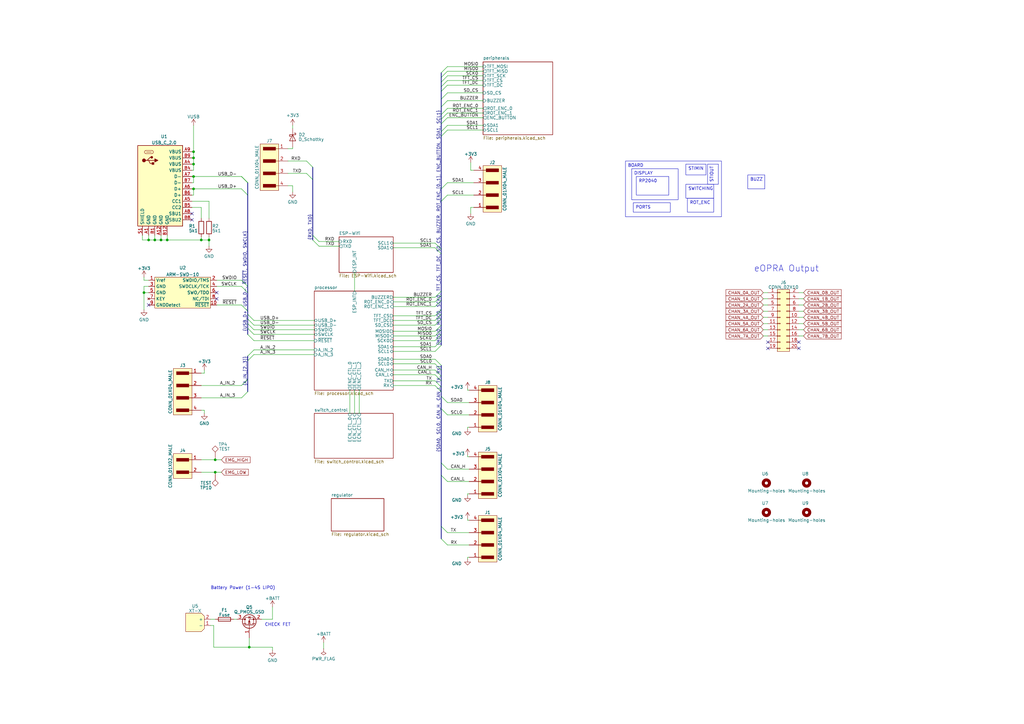
<source format=kicad_sch>
(kicad_sch (version 20230121) (generator eeschema)
  (paper "A3")
  (title_block (title "eOPRA Switch / Stimulation Controller") (date "2023-08-01") (rev "1.0") (company "Massachusetts Institute of Technology / MIT Media Lab"))
  (lib_symbols
    (symbol "0.power-symbols:+3.3V" (power) (pin_names (offset 0))
      (property "Value" "+3.3V" (at 0 3.556 0))
      (symbol "+3.3V_0_1"
        (polyline (pts (xy -0.762 1.27) (xy 0 2.54)))
        (polyline (pts (xy 0 0) (xy 0 2.54)))
        (polyline (pts (xy 0 2.54) (xy 0.762 1.27)))
      )
      (symbol "+3.3V_1_1"
        (pin power_in line (at 0 0 90) (length 0) hide (name "+3V3") (number "1"))
      )
    )
    (symbol "0.power-symbols:+BATT" (power) (pin_names (offset 0))
      (property "Value" "+BATT" (at 0 3.556 0))
      (symbol "+BATT_0_1"
        (polyline (pts (xy -0.762 1.27) (xy 0 2.54)))
        (polyline (pts (xy 0 0) (xy 0 2.54)))
        (polyline (pts (xy 0 2.54) (xy 0.762 1.27)))
      )
      (symbol "+BATT_1_1"
        (pin power_in line (at 0 0 90) (length 0) hide (name "+BATT") (number "1"))
      )
    )
    (symbol "0.power-symbols:GND" (power) (pin_names (offset 0))
      (property "Value" "GND" (at 0 -3.81 0))
      (symbol "GND_0_1"
        (polyline (pts (xy 0 0) (xy 0 -1.27) (xy 1.27 -1.27) (xy 0 -2.54) (xy -1.27 -1.27) (xy 0 -1.27)))
      )
      (symbol "GND_1_1"
        (pin power_in line (at 0 0 270) (length 0) hide (name "GND") (number "1"))
      )
    )
    (symbol "0.power-symbols:PWR_FLAG" (power) (pin_numbers hide) (pin_names (offset 0) hide)
      (property "Value" "PWR_FLAG" (at 0 3.81 0))
      (symbol "PWR_FLAG_0_0"
        (pin power_out line (at 0 0 90) (length 0) (name "pwr") (number "1"))
      )
      (symbol "PWR_FLAG_0_1"
        (polyline (pts (xy 0 0) (xy 0 1.27) (xy -1.016 1.905) (xy 0 2.54) (xy 1.016 1.905) (xy 0 1.27)))
      )
    )
    (symbol "0.power-symbols:VUSB" (power) (pin_names (offset 0))
      (property "Value" "VUSB" (at 0 3.556 0))
      (symbol "VUSB_0_1"
        (polyline (pts (xy -0.762 1.27) (xy 0 2.54)))
        (polyline (pts (xy 0 0) (xy 0 2.54)))
        (polyline (pts (xy 0 2.54) (xy 0.762 1.27)))
      )
      (symbol "VUSB_1_1"
        (pin power_in line (at 0 0 90) (length 0) hide (name "VUSB") (number "1"))
      )
    )
    (symbol "1.semi.discrete:D_Schottky" (pin_numbers hide) (pin_names (offset 1.016) hide)
      (property "Reference" "D" (at 0 2.54 0))
      (property "Value" "D_Schottky" (at 0 -2.54 0))
      (symbol "D_Schottky_0_1"
        (polyline (pts (xy 1.27 0) (xy -1.27 0)))
        (polyline (pts (xy 1.27 1.27) (xy 1.27 -1.27) (xy -1.27 0) (xy 1.27 1.27)) (stroke (width 0.2032)))
        (polyline (pts (xy -1.905 0.635) (xy -1.905 1.27) (xy -1.27 1.27) (xy -1.27 -1.27) (xy -0.635 -1.27) (xy -0.635 -0.635)) (stroke (width 0.2032)))
      )
      (symbol "D_Schottky_1_1"
        (pin passive line (at -3.81 0 0) (length 2.54) (name "K") (number "1"))
        (pin passive line (at 3.81 0 180) (length 2.54) (name "A") (number "2"))
      )
    )
    (symbol "1.semi.discrete:Q_PMOS_GSD" (pin_names (offset 0) hide)
      (property "Reference" "Q" (at 5.08 1.27 0))
      (property "Value" "Q_PMOS_GSD" (at 5.08 -1.27 0))
      (symbol "Q_PMOS_GSD_0_1"
        (polyline (pts (xy 0.0508 0) (xy 0.254 0)))
        (polyline (pts (xy 0.762 -1.778) (xy 2.54 -1.778)))
        (polyline (pts (xy 0.762 -1.27) (xy 0.762 -2.286)) (stroke (width 0.254)))
        (polyline (pts (xy 0.762 0) (xy 2.54 0)))
        (polyline (pts (xy 0.762 0.508) (xy 0.762 -0.508)) (stroke (width 0.254)))
        (polyline (pts (xy 0.762 1.778) (xy 2.54 1.778)))
        (polyline (pts (xy 0.762 2.286) (xy 0.762 1.27)) (stroke (width 0.254)))
        (polyline (pts (xy 2.54 -1.778) (xy 2.54 -2.54)))
        (polyline (pts (xy 2.54 -1.778) (xy 2.54 0)))
        (polyline (pts (xy 2.54 2.54) (xy 2.54 1.778)))
        (polyline (pts (xy 0.254 1.905) (xy 0.254 -1.905) (xy 0.254 -1.905)) (stroke (width 0.254)))
        (polyline (pts (xy 2.286 0) (xy 1.27 -0.381) (xy 1.27 0.381) (xy 2.286 0)) (fill (type outline)))
        (polyline (pts (xy 2.54 -1.778) (xy 3.302 -1.778) (xy 3.302 1.778) (xy 2.54 1.778)))
        (polyline (pts (xy 2.794 -0.508) (xy 2.921 -0.381) (xy 3.683 -0.381) (xy 3.81 -0.254)))
        (polyline (pts (xy 3.302 -0.381) (xy 2.921 0.254) (xy 3.683 0.254) (xy 3.302 -0.381)))
        (circle (center 1.651 0) (radius 2.8194) (stroke (width 0.254)))
        (circle (center 2.54 -1.778) (radius 0.2794) (fill (type outline)))
        (circle (center 2.54 1.778) (radius 0.2794) (fill (type outline)))
      )
      (symbol "Q_PMOS_GSD_1_1"
        (pin input line (at -5.08 0 0) (length 5.08) (name "G") (number "1"))
        (pin passive line (at 2.54 -5.08 90) (length 2.54) (name "S") (number "2"))
        (pin passive line (at 2.54 5.08 270) (length 2.54) (name "D") (number "3"))
      )
    )
    (symbol "2.passive:R" (pin_numbers hide) (pin_names (offset 0))
      (property "Reference" "R" (at 2.032 0 90))
      (property "Value" "R" (at 0 0 90))
      (symbol "R_0_1"
        (rectangle (start -1.016 -2.54) (end 1.016 2.54) (stroke (width 0.254)))
      )
      (symbol "R_1_1"
        (pin passive line (at 0 3.81 270) (length 1.27) (name "~") (number "1"))
        (pin passive line (at 0 -3.81 90) (length 1.27) (name "~") (number "2"))
      )
    )
    (symbol "4.power.circuitProtection:Fuse" (pin_numbers hide) (pin_names (offset 0))
      (property "Reference" "F" (at 2.032 0 90))
      (property "Value" "Fuse" (at -1.905 0 90))
      (symbol "Fuse_0_1"
        (rectangle (start -0.762 -2.54) (end 0.762 2.54) (stroke (width 0.254)))
        (polyline (pts (xy 0 2.54) (xy 0 -2.54)))
      )
      (symbol "Fuse_1_1"
        (pin passive line (at 0 3.81 270) (length 1.27) (name "~") (number "1"))
        (pin passive line (at 0 -3.81 90) (length 1.27) (name "~") (number "2"))
      )
    )
    (symbol "5.connector.interconnect.usb_dvi_hdmi:ARM-SWD-10"
      (property "Reference" "U" (at -11.43 3.81 0))
      (property "Value" "ARM-SWD-10" (at -11.43 1.27 0))
      (symbol "ARM-SWD-10_0_1"
        (rectangle (start -11.43 0) (end 11.43 -12.7) (fill (type background)))
      )
      (symbol "ARM-SWD-10_1_1"
        (pin power_in line (at -13.97 -1.27 0) (length 2.54) (name "Vref") (number "1"))
        (pin open_collector line (at 13.97 -11.43 180) (length 2.54) (name "~{RESET}") (number "10"))
        (pin bidirectional line (at 13.97 -1.27 180) (length 2.54) (name "SWDIO/TMS") (number "2"))
        (pin power_in line (at -13.97 -3.81 0) (length 2.54) (name "GND") (number "3"))
        (pin bidirectional line (at 13.97 -3.81 180) (length 2.54) (name "SWDCLK/TCK") (number "4"))
        (pin passive line (at -13.97 -6.35 0) (length 2.54) (name "GND") (number "5"))
        (pin input line (at 13.97 -6.35 180) (length 2.54) (name "SWO/TDO") (number "6"))
        (pin no_connect line (at -13.97 -8.89 0) (length 2.54) (name "KEY") (number "7"))
        (pin output line (at 13.97 -8.89 180) (length 2.54) (name "NC/TDI") (number "8"))
        (pin passive line (at -13.97 -11.43 0) (length 2.54) (name "GNDDetect") (number "9"))
      )
    )
    (symbol "5.connector.interconnect.usb_dvi_hdmi:USB_C_2.0"
      (property "Reference" "U" (at 0 5.08 0))
      (property "Value" "USB_C_2.0" (at 0 2.54 0))
      (symbol "USB_C_2.0_0_1"
        (rectangle (start -10.795 0) (end 7.62 -33.02) (stroke (width 0.254)) (fill (type background)))
        (circle (center -8.255 -6.096) (radius 0.635) (stroke (width 0.254)) (fill (type outline)))
        (arc (start -7.493 -2.032) (mid -8.0701 -2.667) (end -7.493 -3.302))
        (circle (center -5.08 -4.826) (radius 0.381) (stroke (width 0.254)) (fill (type outline)))
        (arc (start -4.953 -3.302) (mid -4.3956 -2.667) (end -4.953 -2.032))
        (rectangle (start -4.191 -6.985) (end -4.953 -7.747) (stroke (width 0.254)) (fill (type outline)))
        (polyline (pts (xy -7.493 -3.302) (xy -4.953 -3.302)))
        (polyline (pts (xy -7.493 -2.032) (xy -4.953 -2.032)))
        (polyline (pts (xy -6.35 -6.096) (xy -3.81 -6.096)) (stroke (width 0.254)))
        (polyline (pts (xy -5.207 -2.667) (xy -7.239 -2.667)))
        (polyline (pts (xy -7.62 -6.096) (xy -6.985 -6.096) (xy -5.715 -4.826) (xy -5.08 -4.826)) (stroke (width 0.254)))
        (polyline (pts (xy -6.985 -6.096) (xy -6.35 -6.096) (xy -5.715 -7.366) (xy -4.445 -7.366)) (stroke (width 0.254)))
        (polyline (pts (xy -3.81 -5.461) (xy -3.81 -6.731) (xy -2.54 -6.096) (xy -3.81 -5.461)) (stroke (width 0.254)) (fill (type outline)))
      )
      (symbol "USB_C_2.0_1_1"
        (pin power_out line (at -6.35 -36.83 90) (length 3.81) (name "GND") (number "A1"))
        (pin passive line (at -1.27 -36.83 90) (length 3.81) (name "GND") (number "A12"))
        (pin passive line (at 11.43 -7.62 180) (length 3.81) (name "VBUS") (number "A4"))
        (pin passive line (at 11.43 -22.86 180) (length 3.81) (name "CC1") (number "A5"))
        (pin passive line (at 11.43 -17.78 180) (length 3.81) (name "D+") (number "A6"))
        (pin passive line (at 11.43 -12.7 180) (length 3.81) (name "D-") (number "A7"))
        (pin passive line (at 11.43 -27.94 180) (length 3.81) (name "SBU1") (number "A8"))
        (pin power_out line (at 11.43 -2.54 180) (length 3.81) (name "VBUS") (number "A9"))
        (pin passive line (at -3.81 -36.83 90) (length 3.81) (name "GND") (number "B1"))
        (pin passive line (at 1.27 -36.83 90) (length 3.81) (name "GND") (number "B12"))
        (pin passive line (at 11.43 -10.16 180) (length 3.81) (name "VBUS") (number "B4"))
        (pin passive line (at 11.43 -25.4 180) (length 3.81) (name "CC2") (number "B5"))
        (pin passive line (at 11.43 -20.32 180) (length 3.81) (name "D+") (number "B6"))
        (pin passive line (at 11.43 -15.24 180) (length 3.81) (name "D-") (number "B7"))
        (pin passive line (at 11.43 -30.48 180) (length 3.81) (name "SBU2") (number "B8"))
        (pin passive line (at 11.43 -5.08 180) (length 3.81) (name "VBUS") (number "B9"))
        (pin passive line (at -8.89 -36.83 90) (length 3.81) (name "SHIELD") (number "S1"))
      )
    )
    (symbol "5.connector.interconnect:CONN_01X02_MALE" (pin_names (offset 1.016) hide)
      (property "Reference" "J" (at 0 6.35 0))
      (property "Value" "CONN_01X02_MALE" (at 0 -6.35 0))
      (symbol "CONN_01X02_MALE_0_1"
        (rectangle (start -3.81 5.08) (end 3.81 -5.08) (fill (type background)))
        (rectangle (start -2.54 -1.905) (end 2.54 -3.175) (fill (type outline)))
        (rectangle (start -2.54 3.175) (end -2.54 3.175))
        (rectangle (start 2.54 3.175) (end -2.54 1.905) (fill (type outline)))
      )
      (symbol "CONN_01X02_MALE_1_1"
        (pin passive line (at 7.62 2.54 180) (length 5.08) (name "1") (number "1"))
        (pin passive line (at 7.62 -2.54 180) (length 5.08) (name "2") (number "2"))
      )
    )
    (symbol "5.connector.interconnect:CONN_01X04_MALE" (pin_names (offset 1.016) hide)
      (property "Reference" "J" (at 0 9.525 0))
      (property "Value" "CONN_01X04_MALE" (at 0.762 -10.668 0))
      (symbol "CONN_01X04_MALE_0_1"
        (rectangle (start -2.54 3.175) (end 2.54 1.905) (fill (type outline)))
        (rectangle (start -2.54 8.255) (end -2.54 8.255))
        (rectangle (start 2.54 -8.255) (end -2.54 -6.985) (fill (type outline)))
        (rectangle (start 2.54 -8.255) (end -2.54 -6.985) (fill (type outline)))
        (rectangle (start 2.54 -1.905) (end -2.54 -3.175) (fill (type outline)))
        (rectangle (start 2.54 8.255) (end -2.54 6.985) (fill (type outline)))
      )
      (symbol "CONN_01X04_MALE_1_1"
        (rectangle (start -3.81 9.525) (end 3.81 -9.525) (fill (type background)))
        (pin passive line (at 7.62 7.62 180) (length 5.08) (name "1") (number "1"))
        (pin passive line (at 7.62 2.54 180) (length 5.08) (name "2") (number "2"))
        (pin passive line (at 7.62 -2.54 180) (length 5.08) (name "3") (number "3"))
        (pin passive line (at 7.62 -7.62 180) (length 5.08) (name "4") (number "4"))
      )
    )
    (symbol "5.connector.interconnect:CONN_02X10" (pin_names (offset 0.0254) hide)
      (property "Reference" "J" (at 0 13.97 0))
      (property "Value" "CONN_02X10" (at 0 0 90))
      (symbol "CONN_02X10_0_1"
        (rectangle (start -2.54 -11.303) (end -1.27 -11.557))
        (rectangle (start -2.54 -8.763) (end -1.27 -9.017))
        (rectangle (start -2.54 -6.223) (end -1.27 -6.477))
        (rectangle (start -2.54 -3.683) (end -1.27 -3.937))
        (rectangle (start -2.54 -1.143) (end -1.27 -1.397))
        (rectangle (start -2.54 1.397) (end -1.27 1.143))
        (rectangle (start -2.54 3.937) (end -1.27 3.683))
        (rectangle (start -2.54 6.477) (end -1.27 6.223))
        (rectangle (start -2.54 9.017) (end -1.27 8.763))
        (rectangle (start -2.54 11.557) (end -1.27 11.303))
        (rectangle (start 1.27 -11.303) (end 2.54 -11.557))
        (rectangle (start 1.27 -8.763) (end 2.54 -9.017))
        (rectangle (start 1.27 -6.223) (end 2.54 -6.477))
        (rectangle (start 1.27 -3.683) (end 2.54 -3.937))
        (rectangle (start 1.27 -1.143) (end 2.54 -1.397))
        (rectangle (start 1.27 1.397) (end 2.54 1.143))
        (rectangle (start 1.27 3.937) (end 2.54 3.683))
        (rectangle (start 1.27 6.477) (end 2.54 6.223))
        (rectangle (start 1.27 9.017) (end 2.54 8.763))
        (rectangle (start 1.27 11.557) (end 2.54 11.303))
      )
      (symbol "CONN_02X10_1_1"
        (rectangle (start -2.54 12.7) (end 2.54 -12.7) (fill (type background)))
        (pin passive line (at -6.35 11.43 0) (length 3.81) (name "P1") (number "1"))
        (pin passive line (at 6.35 1.27 180) (length 3.81) (name "P10") (number "10"))
        (pin passive line (at -6.35 -1.27 0) (length 3.81) (name "P11") (number "11"))
        (pin passive line (at 6.35 -1.27 180) (length 3.81) (name "P12") (number "12"))
        (pin passive line (at -6.35 -3.81 0) (length 3.81) (name "P13") (number "13"))
        (pin passive line (at 6.35 -3.81 180) (length 3.81) (name "P14") (number "14"))
        (pin passive line (at -6.35 -6.35 0) (length 3.81) (name "P15") (number "15"))
        (pin passive line (at 6.35 -6.35 180) (length 3.81) (name "P16") (number "16"))
        (pin passive line (at -6.35 -8.89 0) (length 3.81) (name "P17") (number "17"))
        (pin passive line (at 6.35 -8.89 180) (length 3.81) (name "P18") (number "18"))
        (pin passive line (at -6.35 -11.43 0) (length 3.81) (name "P19") (number "19"))
        (pin passive line (at 6.35 11.43 180) (length 3.81) (name "P2") (number "2"))
        (pin passive line (at 6.35 -11.43 180) (length 3.81) (name "P20") (number "20"))
        (pin passive line (at -6.35 8.89 0) (length 3.81) (name "P3") (number "3"))
        (pin passive line (at 6.35 8.89 180) (length 3.81) (name "P4") (number "4"))
        (pin passive line (at -6.35 6.35 0) (length 3.81) (name "P5") (number "5"))
        (pin passive line (at 6.35 6.35 180) (length 3.81) (name "P6") (number "6"))
        (pin passive line (at -6.35 3.81 0) (length 3.81) (name "P7") (number "7"))
        (pin passive line (at 6.35 3.81 180) (length 3.81) (name "P8") (number "8"))
        (pin passive line (at -6.35 1.27 0) (length 3.81) (name "P9") (number "9"))
      )
    )
    (symbol "5.connector.interconnect:Mounting-holes"
      (property "Reference" "U" (at 0 5.08 0))
      (property "Value" "Mounting-holes" (at 0 3.81 0))
      (symbol "Mounting-holes_0_1"
        (circle (center 0 0) (radius 1.27) (stroke (width 1.27)))
      )
      (symbol "Mounting-holes_1_1"
        (pin no_connect line (at 2.54 0 180) (length 2.54) hide (name "") (number "1"))
      )
    )
    (symbol "5.connector.interconnect:TEST" (pin_numbers hide) (pin_names (offset 1.016) hide)
      (property "Reference" "TP" (at 0 7.62 0))
      (property "Value" "TEST" (at 0 6.35 0))
      (symbol "TEST_0_1"
        (polyline (pts (xy 0 5.08) (xy -1.27 3.81) (xy 0 2.54) (xy 1.27 3.81) (xy 0 5.08) (xy 0 5.08)))
      )
      (symbol "TEST_1_1"
        (pin passive line (at 0 0 90) (length 2.54) (name "~") (number "1"))
      )
    )
    (symbol "5.connector.interconnect:XT-X"
      (property "Reference" "U" (at 0 3.81 0))
      (property "Value" "XT-X" (at 0 1.27 0))
      (symbol "XT-X_0_1"
        (polyline (pts (xy 0 0) (xy 1.27 -1.27) (xy 1.27 -6.35) (xy 0 -7.62) (xy -6.35 -7.62) (xy -6.35 0) (xy 0 0)) (fill (type background)))
      )
      (symbol "XT-X_1_1"
        (pin passive line (at 3.81 -5.08 180) (length 2.54) (name "-") (number "1"))
        (pin passive line (at 3.81 -2.54 180) (length 2.54) (name "+") (number "2"))
      )
    )
  )
  (junction (at 66.04 98.425))
  (junction (at 82.55 98.425))
  (junction (at 60.96 98.425))
  (junction (at 79.375 77.47))
  (junction (at 79.375 64.77))
  (junction (at 79.375 62.23))
  (junction (at 88.265 188.595))
  (junction (at 68.58 98.425))
  (junction (at 102.235 265.43))
  (junction (at 79.375 67.31))
  (junction (at 59.055 120.015))
  (junction (at 85.725 98.425))
  (junction (at 88.265 193.675))
  (junction (at 63.5 98.425))
  (junction (at 79.375 72.39))
  (no_connect (at 314.96 140.335))
  (no_connect (at 327.66 140.335))
  (no_connect (at 88.9 122.555))
  (no_connect (at 60.96 125.095))
  (no_connect (at 78.74 90.17))
  (no_connect (at 88.9 120.015))
  (no_connect (at 327.66 142.875))
  (no_connect (at 314.96 142.875))
  (no_connect (at 78.74 87.63))
  (bus_entry (at 178.435 131.445) (size 2.54 -2.54))
  (bus_entry (at 183.515 192.405) (size -2.54 -2.54))
  (bus_entry (at 178.435 137.795) (size 2.54 -2.54))
  (bus_entry (at 180.975 35.56) (size 2.54 -2.54))
  (bus_entry (at 101.6 134.62) (size 2.54 2.54))
  (bus_entry (at 99.06 114.935) (size 2.54 2.54))
  (bus_entry (at 99.06 77.47) (size 2.54 2.54))
  (bus_entry (at 180.975 102.235) (size -2.54 -2.54))
  (bus_entry (at 180.975 55.88) (size 2.54 -2.54))
  (bus_entry (at 101.6 130.81) (size 2.54 2.54))
  (bus_entry (at 99.06 72.39) (size 2.54 2.54))
  (bus_entry (at 180.975 43.815) (size 2.54 -2.54))
  (bus_entry (at 180.975 46.99) (size 2.54 -2.54))
  (bus_entry (at 180.975 160.655) (size -2.54 -2.54))
  (bus_entry (at 180.975 31.75) (size 2.54 -2.54))
  (bus_entry (at 183.515 165.1) (size -2.54 -2.54))
  (bus_entry (at 101.6 137.16) (size 2.54 2.54))
  (bus_entry (at 180.975 40.64) (size 2.54 -2.54))
  (bus_entry (at 183.515 223.52) (size -2.54 -2.54))
  (bus_entry (at 180.975 156.21) (size -2.54 -2.54))
  (bus_entry (at 180.975 82.55) (size 2.54 -2.54))
  (bus_entry (at 180.975 158.75) (size -2.54 -2.54))
  (bus_entry (at 180.975 29.845) (size 2.54 -2.54))
  (bus_entry (at 180.975 77.47) (size 2.54 -2.54))
  (bus_entry (at 178.435 121.92) (size 2.54 -2.54))
  (bus_entry (at 99.06 72.39) (size 2.54 2.54))
  (bus_entry (at 178.435 133.35) (size 2.54 -2.54))
  (bus_entry (at 180.975 149.86) (size -2.54 -2.54))
  (bus_entry (at 125.73 71.12) (size 2.54 2.54))
  (bus_entry (at 178.435 129.54) (size 2.54 -2.54))
  (bus_entry (at 101.6 146.05) (size 2.54 -2.54))
  (bus_entry (at 101.6 147.955) (size 2.54 -2.54))
  (bus_entry (at 178.435 135.89) (size 2.54 -2.54))
  (bus_entry (at 180.975 104.14) (size -2.54 -2.54))
  (bus_entry (at 180.975 154.305) (size -2.54 -2.54))
  (bus_entry (at 99.06 117.475) (size 2.54 2.54))
  (bus_entry (at 180.975 33.655) (size 2.54 -2.54))
  (bus_entry (at 178.435 125.73) (size 2.54 -2.54))
  (bus_entry (at 183.515 170.18) (size -2.54 -2.54))
  (bus_entry (at 128.27 96.52) (size 2.54 2.54))
  (bus_entry (at 101.6 160.655) (size -2.54 2.54))
  (bus_entry (at 178.435 142.24) (size 2.54 -2.54))
  (bus_entry (at 180.975 37.465) (size 2.54 -2.54))
  (bus_entry (at 183.515 197.485) (size -2.54 -2.54))
  (bus_entry (at 178.435 139.7) (size 2.54 -2.54))
  (bus_entry (at 180.975 50.8) (size 2.54 -2.54))
  (bus_entry (at 128.27 98.425) (size 2.54 2.54))
  (bus_entry (at 180.975 48.895) (size 2.54 -2.54))
  (bus_entry (at 178.435 144.145) (size 2.54 -2.54))
  (bus_entry (at 180.975 53.975) (size 2.54 -2.54))
  (bus_entry (at 180.975 151.765) (size -2.54 -2.54))
  (bus_entry (at 99.06 125.095) (size 2.54 2.54))
  (bus_entry (at 178.435 123.825) (size 2.54 -2.54))
  (bus_entry (at 101.6 132.715) (size 2.54 2.54))
  (bus_entry (at 183.515 218.44) (size -2.54 -2.54))
  (bus_entry (at 125.73 66.04) (size 2.54 2.54))
  (bus_entry (at 101.6 155.575) (size -2.54 2.54))
  (bus_entry (at 101.6 128.905) (size 2.54 2.54))
  (wire (pts (xy 79.375 69.85) (xy 79.375 67.31)))
  (bus (pts (xy 180.975 128.905) (xy 180.975 130.81)))
  (wire (pts (xy 79.375 74.93) (xy 79.375 72.39)))
  (wire (pts (xy 104.14 145.415) (xy 128.905 145.415)))
  (wire (pts (xy 191.77 212.725) (xy 191.77 213.36)))
  (bus (pts (xy 180.975 40.64) (xy 180.975 43.815)))
  (wire (pts (xy 87.63 265.43) (xy 87.63 256.54)))
  (wire (pts (xy 161.29 121.92) (xy 178.435 121.92)))
  (wire (pts (xy 63.5 96.52) (xy 63.5 98.425)))
  (wire (pts (xy 183.515 31.115) (xy 198.12 31.115)))
  (wire (pts (xy 183.515 46.355) (xy 198.12 46.355)))
  (wire (pts (xy 78.74 80.01) (xy 79.375 80.01)))
  (wire (pts (xy 161.29 153.67) (xy 178.435 153.67)))
  (wire (pts (xy 88.9 125.095) (xy 99.06 125.095)))
  (wire (pts (xy 118.11 60.96) (xy 120.015 60.96)))
  (wire (pts (xy 161.29 149.225) (xy 178.435 149.225)))
  (wire (pts (xy 161.29 139.7) (xy 178.435 139.7)))
  (wire (pts (xy 145.415 111.76) (xy 145.415 119.38)))
  (wire (pts (xy 145.415 160.02) (xy 145.415 169.545)))
  (bus (pts (xy 101.6 120.015) (xy 101.6 127.635)))
  (bus (pts (xy 180.975 167.64) (xy 180.975 189.865)))
  (wire (pts (xy 83.82 153.035) (xy 82.55 153.035)))
  (wire (pts (xy 183.515 41.275) (xy 198.12 41.275)))
  (wire (pts (xy 193.04 85.09) (xy 193.04 87.63)))
  (bus (pts (xy 128.27 96.52) (xy 128.27 98.425)))
  (wire (pts (xy 183.515 34.925) (xy 198.12 34.925)))
  (wire (pts (xy 78.74 64.77) (xy 79.375 64.77)))
  (wire (pts (xy 132.715 263.525) (xy 132.715 266.065)))
  (wire (pts (xy 329.565 120.015) (xy 327.66 120.015)))
  (wire (pts (xy 66.04 98.425) (xy 68.58 98.425)))
  (bus (pts (xy 180.975 102.235) (xy 180.975 104.14)))
  (bus (pts (xy 180.975 154.305) (xy 180.975 156.21)))
  (wire (pts (xy 87.63 265.43) (xy 102.235 265.43)))
  (wire (pts (xy 88.265 187.96) (xy 88.265 188.595)))
  (bus (pts (xy 128.27 73.66) (xy 128.27 96.52)))
  (bus (pts (xy 180.975 46.99) (xy 180.975 48.895)))
  (wire (pts (xy 128.905 137.16) (xy 104.14 137.16)))
  (bus (pts (xy 101.6 147.955) (xy 101.6 155.575)))
  (wire (pts (xy 183.515 165.1) (xy 192.405 165.1)))
  (bus (pts (xy 101.6 117.475) (xy 101.6 120.015)))
  (wire (pts (xy 313.055 127.635) (xy 314.96 127.635)))
  (wire (pts (xy 59.055 117.475) (xy 59.055 120.015)))
  (bus (pts (xy 101.6 80.01) (xy 101.6 117.475)))
  (wire (pts (xy 161.29 144.145) (xy 178.435 144.145)))
  (wire (pts (xy 191.77 175.26) (xy 191.77 175.895)))
  (wire (pts (xy 313.055 120.015) (xy 314.96 120.015)))
  (wire (pts (xy 130.81 100.965) (xy 139.065 100.965)))
  (wire (pts (xy 82.55 97.155) (xy 82.55 98.425)))
  (wire (pts (xy 161.29 133.35) (xy 178.435 133.35)))
  (bus (pts (xy 180.975 156.21) (xy 180.975 158.75)))
  (wire (pts (xy 130.81 99.06) (xy 139.065 99.06)))
  (bus (pts (xy 180.975 35.56) (xy 180.975 37.465)))
  (bus (pts (xy 180.975 158.75) (xy 180.975 160.655)))
  (wire (pts (xy 183.515 170.18) (xy 192.405 170.18)))
  (wire (pts (xy 78.74 72.39) (xy 79.375 72.39)))
  (wire (pts (xy 66.04 96.52) (xy 66.04 98.425)))
  (wire (pts (xy 313.055 125.095) (xy 314.96 125.095)))
  (wire (pts (xy 161.29 123.825) (xy 178.435 123.825)))
  (wire (pts (xy 85.725 82.55) (xy 78.74 82.55)))
  (wire (pts (xy 161.29 156.21) (xy 178.435 156.21)))
  (bus (pts (xy 101.6 130.81) (xy 101.6 132.715)))
  (wire (pts (xy 161.29 158.115) (xy 178.435 158.115)))
  (wire (pts (xy 161.29 151.765) (xy 178.435 151.765)))
  (bus (pts (xy 180.975 104.14) (xy 180.975 119.38)))
  (bus (pts (xy 180.975 127) (xy 180.975 128.905)))
  (bus (pts (xy 180.975 123.19) (xy 180.975 127)))
  (wire (pts (xy 191.77 228.6) (xy 192.405 228.6)))
  (bus (pts (xy 101.6 128.905) (xy 101.6 130.81)))
  (wire (pts (xy 329.565 122.555) (xy 327.66 122.555)))
  (wire (pts (xy 88.9 114.935) (xy 99.06 114.935)))
  (wire (pts (xy 183.515 53.34) (xy 198.12 53.34)))
  (wire (pts (xy 68.58 96.52) (xy 68.58 98.425)))
  (wire (pts (xy 79.375 67.31) (xy 78.74 67.31)))
  (bus (pts (xy 180.975 130.81) (xy 180.975 133.35)))
  (wire (pts (xy 191.77 213.36) (xy 192.405 213.36)))
  (wire (pts (xy 83.82 151.765) (xy 83.82 153.035)))
  (bus (pts (xy 180.975 149.86) (xy 180.975 151.765)))
  (wire (pts (xy 161.29 125.73) (xy 178.435 125.73)))
  (wire (pts (xy 191.77 160.02) (xy 192.405 160.02)))
  (wire (pts (xy 161.29 131.445) (xy 178.435 131.445)))
  (bus (pts (xy 180.975 31.75) (xy 180.975 33.655)))
  (bus (pts (xy 180.975 121.285) (xy 180.975 123.19)))
  (wire (pts (xy 59.055 120.015) (xy 59.055 127)))
  (bus (pts (xy 101.6 160.655) (xy 101.6 155.575)))
  (wire (pts (xy 79.375 51.435) (xy 79.375 62.23)))
  (wire (pts (xy 111.76 248.92) (xy 111.76 254)))
  (wire (pts (xy 82.55 193.675) (xy 88.265 193.675)))
  (wire (pts (xy 85.725 98.425) (xy 85.725 100.965)))
  (wire (pts (xy 79.375 64.77) (xy 79.375 67.31)))
  (wire (pts (xy 191.77 187.325) (xy 192.405 187.325)))
  (bus (pts (xy 180.975 55.88) (xy 180.975 77.47)))
  (wire (pts (xy 102.235 265.43) (xy 111.76 265.43)))
  (wire (pts (xy 329.565 130.175) (xy 327.66 130.175)))
  (wire (pts (xy 118.11 71.12) (xy 125.73 71.12)))
  (wire (pts (xy 183.515 74.93) (xy 194.31 74.93)))
  (wire (pts (xy 83.82 168.275) (xy 82.55 168.275)))
  (bus (pts (xy 180.975 137.16) (xy 180.975 139.7)))
  (wire (pts (xy 161.29 135.89) (xy 178.435 135.89)))
  (bus (pts (xy 101.6 74.93) (xy 101.6 80.01)))
  (bus (pts (xy 180.975 162.56) (xy 180.975 167.64)))
  (wire (pts (xy 147.32 160.02) (xy 147.32 169.545)))
  (wire (pts (xy 120.015 60.325) (xy 120.015 60.96)))
  (bus (pts (xy 180.975 82.55) (xy 180.975 102.235)))
  (wire (pts (xy 59.055 113.665) (xy 59.055 114.935)))
  (wire (pts (xy 194.31 85.09) (xy 193.04 85.09)))
  (wire (pts (xy 87.63 256.54) (xy 86.36 256.54)))
  (wire (pts (xy 63.5 98.425) (xy 66.04 98.425)))
  (wire (pts (xy 82.55 85.09) (xy 78.74 85.09)))
  (wire (pts (xy 78.74 77.47) (xy 79.375 77.47)))
  (wire (pts (xy 83.82 169.545) (xy 83.82 168.275)))
  (wire (pts (xy 79.375 77.47) (xy 99.06 77.47)))
  (wire (pts (xy 79.375 72.39) (xy 99.06 72.39)))
  (wire (pts (xy 329.565 125.095) (xy 327.66 125.095)))
  (wire (pts (xy 183.515 80.01) (xy 194.31 80.01)))
  (wire (pts (xy 191.77 203.2) (xy 191.77 202.565)))
  (wire (pts (xy 107.315 254) (xy 111.76 254)))
  (wire (pts (xy 313.055 132.715) (xy 314.96 132.715)))
  (wire (pts (xy 88.9 117.475) (xy 99.06 117.475)))
  (wire (pts (xy 183.515 29.21) (xy 198.12 29.21)))
  (bus (pts (xy 180.975 33.655) (xy 180.975 35.56)))
  (bus (pts (xy 180.975 29.845) (xy 180.975 31.75)))
  (wire (pts (xy 313.055 137.795) (xy 314.96 137.795)))
  (wire (pts (xy 183.515 192.405) (xy 192.405 192.405)))
  (wire (pts (xy 329.565 132.715) (xy 327.66 132.715)))
  (wire (pts (xy 183.515 38.1) (xy 198.12 38.1)))
  (bus (pts (xy 180.975 151.765) (xy 180.975 154.305)))
  (bus (pts (xy 180.975 194.945) (xy 180.975 215.9)))
  (bus (pts (xy 180.975 119.38) (xy 180.975 121.285)))
  (wire (pts (xy 104.14 143.51) (xy 128.905 143.51)))
  (wire (pts (xy 192.405 175.26) (xy 191.77 175.26)))
  (wire (pts (xy 118.11 66.04) (xy 125.73 66.04)))
  (wire (pts (xy 86.36 254) (xy 88.265 254)))
  (wire (pts (xy 191.77 159.385) (xy 191.77 160.02)))
  (wire (pts (xy 313.055 130.175) (xy 314.96 130.175)))
  (wire (pts (xy 161.29 147.32) (xy 178.435 147.32)))
  (wire (pts (xy 111.76 266.7) (xy 111.76 265.43)))
  (wire (pts (xy 128.905 139.7) (xy 104.14 139.7)))
  (wire (pts (xy 161.29 137.795) (xy 178.435 137.795)))
  (bus (pts (xy 180.975 189.865) (xy 180.975 194.945)))
  (bus (pts (xy 101.6 146.05) (xy 101.6 147.955)))
  (wire (pts (xy 183.515 218.44) (xy 192.405 218.44)))
  (wire (pts (xy 85.725 89.535) (xy 85.725 82.55)))
  (bus (pts (xy 180.975 139.7) (xy 180.975 141.605)))
  (bus (pts (xy 101.6 134.62) (xy 101.6 137.16)))
  (wire (pts (xy 85.725 98.425) (xy 82.55 98.425)))
  (wire (pts (xy 183.515 27.305) (xy 198.12 27.305)))
  (wire (pts (xy 183.515 51.435) (xy 198.12 51.435)))
  (wire (pts (xy 193.04 69.85) (xy 194.31 69.85)))
  (wire (pts (xy 128.905 133.35) (xy 104.14 133.35)))
  (wire (pts (xy 329.565 127.635) (xy 327.66 127.635)))
  (wire (pts (xy 329.565 135.255) (xy 327.66 135.255)))
  (wire (pts (xy 313.055 122.555) (xy 314.96 122.555)))
  (wire (pts (xy 143.51 160.02) (xy 143.51 169.545)))
  (bus (pts (xy 180.975 53.975) (xy 180.975 55.88)))
  (wire (pts (xy 120.015 51.435) (xy 120.015 52.705)))
  (wire (pts (xy 59.055 114.935) (xy 60.96 114.935)))
  (wire (pts (xy 161.29 129.54) (xy 178.435 129.54)))
  (bus (pts (xy 180.975 215.9) (xy 180.975 220.98)))
  (wire (pts (xy 183.515 223.52) (xy 192.405 223.52)))
  (wire (pts (xy 58.42 96.52) (xy 58.42 98.425)))
  (wire (pts (xy 120.015 78.74) (xy 120.015 76.2)))
  (wire (pts (xy 193.04 66.675) (xy 193.04 69.85)))
  (wire (pts (xy 78.74 74.93) (xy 79.375 74.93)))
  (wire (pts (xy 327.66 137.795) (xy 329.565 137.795)))
  (wire (pts (xy 191.77 229.235) (xy 191.77 228.6)))
  (wire (pts (xy 78.74 62.23) (xy 79.375 62.23)))
  (wire (pts (xy 82.55 188.595) (xy 88.265 188.595)))
  (wire (pts (xy 191.77 202.565) (xy 192.405 202.565)))
  (wire (pts (xy 82.55 158.115) (xy 99.06 158.115)))
  (wire (pts (xy 183.515 33.02) (xy 198.12 33.02)))
  (wire (pts (xy 60.96 96.52) (xy 60.96 98.425)))
  (wire (pts (xy 68.58 98.425) (xy 82.55 98.425)))
  (wire (pts (xy 313.055 135.255) (xy 314.96 135.255)))
  (bus (pts (xy 180.975 135.255) (xy 180.975 137.16)))
  (wire (pts (xy 95.885 254) (xy 97.155 254)))
  (wire (pts (xy 88.265 193.675) (xy 88.265 194.31)))
  (wire (pts (xy 82.55 89.535) (xy 82.55 85.09)))
  (bus (pts (xy 180.975 160.655) (xy 180.975 162.56)))
  (wire (pts (xy 161.29 99.695) (xy 178.435 99.695)))
  (wire (pts (xy 88.265 193.675) (xy 90.805 193.675)))
  (wire (pts (xy 85.725 97.155) (xy 85.725 98.425)))
  (bus (pts (xy 128.27 68.58) (xy 128.27 73.66)))
  (wire (pts (xy 161.29 142.24) (xy 178.435 142.24)))
  (wire (pts (xy 183.515 197.485) (xy 192.405 197.485)))
  (bus (pts (xy 180.975 133.35) (xy 180.975 135.255)))
  (wire (pts (xy 120.015 76.2) (xy 118.11 76.2)))
  (wire (pts (xy 183.515 48.26) (xy 198.12 48.26)))
  (wire (pts (xy 128.905 135.255) (xy 104.14 135.255)))
  (bus (pts (xy 180.975 37.465) (xy 180.975 40.64)))
  (wire (pts (xy 59.055 117.475) (xy 60.96 117.475)))
  (bus (pts (xy 180.975 43.815) (xy 180.975 46.99)))
  (bus (pts (xy 101.6 127.635) (xy 101.6 128.905)))
  (bus (pts (xy 180.975 48.895) (xy 180.975 50.8)))
  (wire (pts (xy 78.74 69.85) (xy 79.375 69.85)))
  (wire (pts (xy 88.265 188.595) (xy 90.805 188.595)))
  (wire (pts (xy 102.235 261.62) (xy 102.235 265.43)))
  (wire (pts (xy 79.375 80.01) (xy 79.375 77.47)))
  (wire (pts (xy 82.55 163.195) (xy 99.06 163.195)))
  (wire (pts (xy 183.515 44.45) (xy 198.12 44.45)))
  (bus (pts (xy 180.975 50.8) (xy 180.975 53.975)))
  (wire (pts (xy 128.905 131.445) (xy 104.14 131.445)))
  (bus (pts (xy 101.6 132.715) (xy 101.6 134.62)))
  (wire (pts (xy 191.77 186.69) (xy 191.77 187.325)))
  (wire (pts (xy 58.42 98.425) (xy 60.96 98.425)))
  (wire (pts (xy 79.375 62.23) (xy 79.375 64.77)))
  (wire (pts (xy 60.96 98.425) (xy 63.5 98.425)))
  (wire (pts (xy 59.055 120.015) (xy 60.96 120.015)))
  (wire (pts (xy 161.29 101.6) (xy 178.435 101.6)))
  (bus (pts (xy 180.975 77.47) (xy 180.975 82.55)))
  (text_box "BUZZ\n\n\n" (at 306.705 71.755 0) (size 6.985 5.715) (effects (font (size 1.27 1.27)) (justify left top)))
  (text_box "BOARD\n" (at 256.54 66.04 0) (size 39.37 22.86) (effects (font (size 1.27 1.27)) (justify left top)))
  (text_box "ROT_ENC\n\n" (at 281.94 81.28 0) (size 10.795 5.715) (effects (font (size 1.27 1.27)) (justify left top)))
  (text_box "STIMIN\n" (at 281.305 67.31 0) (size 8.255 4.445) (effects (font (size 1.27 1.27)) (justify left top)))
  (text_box "STIOUT\n" (at 290.195 67.31 90) (size 4.445 8.255) (effects (font (size 1.27 1.27)) (justify left top)))
  (text_box "DISPLAY\n" (at 259.08 69.215 0) (size 19.05 12.7) (effects (font (size 1.27 1.27)) (justify left top)))
  (text_box "SWITCHING" (at 281.305 75.565 0) (size 11.43 5.715) (effects (font (size 1.27 1.27)) (justify left top)))
  (text_box "PORTS\n\n" (at 259.715 83.185 0) (size 15.24 3.81) (effects (font (size 1.27 1.27)) (justify left top)))
  (text_box "RP2040" (at 260.985 72.39 0) (size 13.335 7.62) (effects (font (size 1.27 1.27)) (justify left top)))
  (text "CHECK FET\n\n" (at 108.585 259.08 0) (effects (font (size 1.27 1.27)) (justify left bottom)))
  (text "eOPRA Output\n" (at 309.245 111.76 0) (effects (font (size 2.54 2.54)) (justify left bottom)))
  (text "Battery Power (1-4S LIPO)\n" (at 86.36 241.935 0) (effects (font (size 1.27 1.27)) (justify left bottom)))
  (label "CAN_H" (at 177.165 151.765 180))
  (label "RX" (at 184.785 223.52 0))
  (label "A_IN_2" (at 106.68 143.51 0))
  (label "SDA1" (at 177.165 142.24 180))
  (label "SCL1" (at 185.42 80.01 0))
  (label "{USB_D+, USB_D-, ~{RESET}, SWDIO, SWCLK}" (at 101.6 135.89 90))
  (label "{RXD, TXD}" (at 128.27 98.425 90))
  (label "SD_CS" (at 177.165 133.35 180))
  (label "~{RESET}" (at 97.155 125.095 180))
  (label "TFT_CS" (at 196.215 33.02 180))
  (label "CAN_L" (at 177.165 153.67 180))
  (label "USB_D-" (at 97.155 72.39 180))
  (label "TX" (at 184.785 218.44 0))
  (label "A_IN_3" (at 96.52 163.195 180))
  (label "SDA1" (at 185.42 74.93 0))
  (label "ROT_ENC_1" (at 196.215 46.355 180))
  (label "MOSI0" (at 196.215 27.305 180))
  (label "SCK0" (at 196.215 31.115 180))
  (label "ROT_ENC_0" (at 177.165 123.825 180))
  (label "TFT_DC" (at 196.215 34.925 180))
  (label "RXD" (at 119.38 66.04 0))
  (label "SWDIO" (at 106.68 135.255 0))
  (label "SDA0" (at 184.785 165.1 0))
  (label "SCK0" (at 177.165 139.7 180))
  (label "{SDA0, SCL0, CAN_H, CAN_L, TX, RX}" (at 180.975 149.86 270))
  (label "TXD" (at 137.16 100.965 180))
  (label "SWCLK" (at 97.155 117.475 180))
  (label "A_IN_2" (at 96.52 158.115 180))
  (label "RX" (at 177.165 158.115 180))
  (label "USB_D-" (at 106.68 133.35 0))
  (label "SCL0" (at 184.785 170.18 0))
  (label "MOSI0" (at 177.165 135.89 180))
  (label "SDA1" (at 177.165 101.6 180))
  (label "{MOSI0, MISO0, SCK0, TFT_CS, TFT_DC, SD_CS, BUZZER, ROT_ENC_[0..1], ENC_BUTTON, SDA1, SCL1}" (at 180.975 141.605 90))
  (label "USB_D+" (at 106.68 131.445 0))
  (label "TX" (at 177.165 156.21 180))
  (label "A_IN_3" (at 106.68 145.415 0))
  (label "SWCLK" (at 106.68 137.16 0))
  (label "~{RESET}" (at 106.68 139.7 0))
  (label "BUZZER" (at 196.215 41.275 180))
  (label "SDA1" (at 196.215 51.435 180))
  (label "TFT_CS" (at 177.165 129.54 180))
  (label "SCL1" (at 177.165 144.145 180))
  (label "RXD" (at 137.16 99.06 180))
  (label "SCL1" (at 177.165 99.695 180))
  (label "{A_IN_[2..3]}" (at 101.6 146.05 270))
  (label "SCL0" (at 177.165 149.225 180))
  (label "CAN_L" (at 184.785 197.485 0))
  (label "SDA0" (at 177.165 147.32 180))
  (label "TFT_DC" (at 177.165 131.445 180))
  (label "USB_D+" (at 97.155 77.47 180))
  (label "BUZZER" (at 177.165 121.92 180))
  (label "SCL1" (at 196.215 53.34 180))
  (label "MISO0" (at 196.215 29.21 180))
  (label "SWDIO" (at 97.155 114.935 180))
  (label "SD_CS" (at 196.215 38.1 180))
  (label "CAN_H" (at 184.785 192.405 0))
  (label "ROT_ENC_1" (at 177.165 125.73 180))
  (label "ENC_BUTTON" (at 196.215 48.26 180))
  (label "ROT_ENC_0" (at 196.215 44.45 180))
  (label "TXD" (at 120.015 71.12 0))
  (label "MISO0" (at 177.165 137.795 180))
  (global_label "CHAN_5B_OUT" (shape input) (at 329.565 132.715 0) (property "Intersheetrefs" "${INTERSHEET_REFS}" (effects hide)))
  (global_label "EMG_HIGH" (shape input) (at 90.805 188.595 0) (property "Intersheetrefs" "${INTERSHEET_REFS}" (effects hide)))
  (global_label "CHAN_1A_OUT" (shape input) (at 313.055 122.555 180) (property "Intersheetrefs" "${INTERSHEET_REFS}" (effects hide)))
  (global_label "CHAN_7A_OUT" (shape input) (at 313.055 137.795 180) (property "Intersheetrefs" "${INTERSHEET_REFS}" (effects hide)))
  (global_label "CHAN_6B_OUT" (shape input) (at 329.565 135.255 0) (property "Intersheetrefs" "${INTERSHEET_REFS}" (effects hide)))
  (global_label "CHAN_2A_OUT" (shape input) (at 313.055 125.095 180) (property "Intersheetrefs" "${INTERSHEET_REFS}" (effects hide)))
  (global_label "EMG_LOW" (shape input) (at 90.805 193.675 0) (property "Intersheetrefs" "${INTERSHEET_REFS}" (effects hide)))
  (global_label "CHAN_4B_OUT" (shape input) (at 329.565 130.175 0) (property "Intersheetrefs" "${INTERSHEET_REFS}" (effects hide)))
  (global_label "CHAN_4A_OUT" (shape input) (at 313.055 130.175 180) (property "Intersheetrefs" "${INTERSHEET_REFS}" (effects hide)))
  (global_label "CHAN_6A_OUT" (shape input) (at 313.055 135.255 180) (property "Intersheetrefs" "${INTERSHEET_REFS}" (effects hide)))
  (global_label "CHAN_3B_OUT" (shape input) (at 329.565 127.635 0) (property "Intersheetrefs" "${INTERSHEET_REFS}" (effects hide)))
  (global_label "CHAN_0A_OUT" (shape input) (at 313.055 120.015 180) (property "Intersheetrefs" "${INTERSHEET_REFS}" (effects hide)))
  (global_label "CHAN_1B_OUT" (shape input) (at 329.565 122.555 0) (property "Intersheetrefs" "${INTERSHEET_REFS}" (effects hide)))
  (global_label "CHAN_7B_OUT" (shape input) (at 329.565 137.795 0) (property "Intersheetrefs" "${INTERSHEET_REFS}" (effects hide)))
  (global_label "CHAN_3A_OUT" (shape input) (at 313.055 127.635 180) (property "Intersheetrefs" "${INTERSHEET_REFS}" (effects hide)))
  (global_label "CHAN_5A_OUT" (shape input) (at 313.055 132.715 180) (property "Intersheetrefs" "${INTERSHEET_REFS}" (effects hide)))
  (global_label "CHAN_2B_OUT" (shape input) (at 329.565 125.095 0) (property "Intersheetrefs" "${INTERSHEET_REFS}" (effects hide)))
  (global_label "CHAN_0B_OUT" (shape input) (at 329.565 120.015 0) (property "Intersheetrefs" "${INTERSHEET_REFS}" (effects hide)))
  (symbol (lib_id "0.power-symbols:GND") (at 83.82 169.545 0) (unit 1)
    (property "Reference" "#PWR0109" (effects hide))
    (property "Value" "GND" (at 83.82 173.6805 0))
  )
  (symbol (lib_id "2.passive:R") (at 82.55 93.345 180) (unit 1)
    (property "Reference" "R1" (at 77.47 92.71 0) (effects (justify right)))
    (property "Value" "5k1" (at 77.47 94.615 0) (effects (justify right)))
    (property "Footprint" "2_Passives_Resistors_SMD_IPC:R_1608_603_B" (effects hide))
    (property "PN" "1,1" (effects hide))
  )
  (symbol (lib_id "5.connector.interconnect:CONN_01X04_MALE") (at 74.93 160.655 0) (unit 1)
    (property "Reference" "J3" (at 74.93 149.86 0))
    (property "Value" "CONN_01X04_MALE" (at 69.85 160.655 90))
    (property "Footprint" "project_footprints:JST_SM04B-GHS-TB(LF)(SN)-" (effects hide))
    (property "PN" "8,1" (effects hide))
  )
  (symbol (lib_id "5.connector.interconnect:Mounting-holes") (at 330.835 210.185 0) (unit 1)
    (property "Reference" "U9" (at 328.93 206.375 0) (effects (justify left)))
    (property "Value" "Mounting-holes" (at 323.215 213.36 0) (effects (justify left)))
    (property "Footprint" "0_misc:plated_hole_3.0x3.6mm" (effects hide))
  )
  (symbol (lib_id "5.connector.interconnect:CONN_01X04_MALE") (at 110.49 68.58 0) (unit 1)
    (property "Reference" "J7" (at 110.49 57.785 0))
    (property "Value" "CONN_01X04_MALE" (at 105.41 68.58 90))
    (property "Footprint" "project_footprints:JST_SM04B-GHS-TB(LF)(SN)-" (effects hide))
    (property "PN" "8,1" (effects hide))
  )
  (symbol (lib_id "5.connector.interconnect:XT-X") (at 82.55 251.46 0) (unit 1)
    (property "Reference" "U5" (at 80.01 248.5771 0))
    (property "Value" "XT-X" (at 80.01 250.4981 0))
    (property "Footprint" "project_footprints:AMASS_XT30PW-M" (effects hide))
    (property "PN" "8,4" (effects hide))
  )
  (symbol (lib_id "0.power-symbols:+3.3V") (at 191.77 186.69 0) (unit 1)
    (property "Reference" "#PWR094" (effects hide))
    (property "Value" "+3.3V" (at 187.96 186.055 0))
  )
  (symbol (lib_id "0.power-symbols:+3.3V") (at 191.77 212.725 0) (unit 1)
    (property "Reference" "#PWR095" (effects hide))
    (property "Value" "+3.3V" (at 187.325 212.09 0))
  )
  (symbol (lib_id "0.power-symbols:GND") (at 191.77 203.2 0) (unit 1)
    (property "Reference" "#PWR061" (effects hide))
    (property "Value" "GND" (at 187.325 205.105 0))
  )
  (symbol (lib_id "5.connector.interconnect:Mounting-holes") (at 314.325 210.185 0) (unit 1)
    (property "Reference" "U7" (at 312.42 206.375 0) (effects (justify left)))
    (property "Value" "Mounting-holes" (at 306.705 213.36 0) (effects (justify left)))
    (property "Footprint" "0_misc:plated_hole_3.0x3.6mm" (effects hide))
  )
  (symbol (lib_id "0.power-symbols:VUSB") (at 79.375 51.435 0) (unit 1)
    (property "Reference" "#PWR04" (effects hide))
    (property "Value" "VUSB" (at 79.375 47.8592 0))
  )
  (symbol (lib_id "0.power-symbols:+3.3V") (at 83.82 151.765 0) (unit 1)
    (property "Reference" "#PWR0110" (effects hide))
    (property "Value" "+3.3V" (at 83.82 148.2631 0))
  )
  (symbol (lib_id "5.connector.interconnect:TEST") (at 88.265 194.31 180) (unit 1)
    (property "Reference" "TP10" (at 84.455 200.025 0))
    (property "Value" "TEST" (at 84.455 198.12 0))
    (property "Footprint" "0_misc:test_point_0.8mm_square" (effects hide))
  )
  (symbol (lib_id "5.connector.interconnect:Mounting-holes") (at 330.835 198.12 0) (unit 1)
    (property "Reference" "U8" (at 328.93 194.31 0) (effects (justify left)))
    (property "Value" "Mounting-holes" (at 323.215 201.295 0) (effects (justify left)))
    (property "Footprint" "0_misc:plated_hole_3.0x3.6mm" (effects hide))
  )
  (symbol (lib_id "5.connector.interconnect:CONN_01X02_MALE") (at 74.93 191.135 0) (unit 1)
    (property "Reference" "J4" (at 74.93 184.785 0))
    (property "Value" "CONN_01X02_MALE" (at 69.85 191.135 90))
    (property "Footprint" "project_footprints:JST_SM02B_GHS_TB" (effects hide))
    (property "PN" "8,2" (effects hide))
  )
  (symbol (lib_id "1.semi.discrete:Q_PMOS_GSD") (at 102.235 256.54 90) (unit 1)
    (property "Reference" "Q5" (at 102.235 249.0597 90))
    (property "Value" "Q_PMOS_GSD" (at 102.235 250.9807 90))
    (property "Footprint" "project_footprints:SON_8DU-T1-GE3_VIS" (effects hide))
    (property "PN" "10,3" (effects hide))
  )
  (symbol (lib_id "0.power-symbols:+3.3V") (at 193.04 66.675 0) (unit 1)
    (property "Reference" "#PWR057" (effects hide))
    (property "Value" "+3.3V" (at 193.04 63.1731 0))
  )
  (symbol (lib_id "0.power-symbols:GND") (at 111.76 266.7 0) (unit 1)
    (property "Reference" "#PWR024" (effects hide))
    (property "Value" "GND" (at 111.76 270.8355 0))
  )
  (symbol (lib_id "0.power-symbols:+3.3V") (at 191.77 159.385 0) (unit 1)
    (property "Reference" "#PWR059" (effects hide))
    (property "Value" "+3.3V" (at 187.325 158.75 0))
  )
  (symbol (lib_id "0.power-symbols:GND") (at 191.77 229.235 0) (unit 1)
    (property "Reference" "#PWR093" (effects hide))
    (property "Value" "GND" (at 187.325 231.14 0))
  )
  (symbol (lib_id "5.connector.interconnect:CONN_02X10") (at 321.31 131.445 0) (unit 1)
    (property "Reference" "J6" (at 321.31 115.8621 0))
    (property "Value" "CONN_02X10" (at 321.31 117.7831 0))
    (property "Footprint" "project_footprints:MOLEX_2035642017" (effects hide))
    (property "PN" "8,3" (effects hide))
  )
  (symbol (lib_id "1.semi.discrete:D_Schottky") (at 120.015 56.515 270) (unit 1)
    (property "Reference" "D2" (at 123.825 55.245 90))
    (property "Value" "D_Schottky" (at 127.635 57.15 90))
    (property "Footprint" "1_Semi_Discrete_Diodes_SMD:D_SOD-123F" (effects hide))
    (property "PN" "3,2" (effects hide))
  )
  (symbol (lib_id "5.connector.interconnect:Mounting-holes") (at 314.325 198.12 0) (unit 1)
    (property "Reference" "U6" (at 312.42 194.31 0) (effects (justify left)))
    (property "Value" "Mounting-holes" (at 306.705 201.295 0) (effects (justify left)))
    (property "Footprint" "0_misc:plated_hole_3.0x3.6mm" (effects hide))
  )
  (symbol (lib_id "0.power-symbols:+BATT") (at 132.715 263.525 0) (unit 1)
    (property "Reference" "#PWR05" (effects hide))
    (property "Value" "+BATT" (at 132.715 260.0231 0))
  )
  (symbol (lib_id "0.power-symbols:GND") (at 59.055 127 0) (unit 1)
    (property "Reference" "#PWR02" (effects hide))
    (property "Value" "GND" (at 59.055 131.1355 0))
  )
  (symbol (lib_id "0.power-symbols:PWR_FLAG") (at 132.715 266.065 180) (unit 1)
    (property "Reference" "#FLG01" (effects hide))
    (property "Value" "PWR_FLAG" (at 132.715 270.2005 0))
  )
  (symbol (lib_id "0.power-symbols:+3.3V") (at 120.015 51.435 0) (unit 1)
    (property "Reference" "#PWR092" (effects hide))
    (property "Value" "+3.3V" (at 120.015 47.3019 0))
  )
  (symbol (lib_id "5.connector.interconnect:CONN_01X04_MALE") (at 200.025 220.98 180) (unit 1)
    (property "Reference" "J1" (at 200.025 210.185 0))
    (property "Value" "CONN_01X04_MALE" (at 205.105 220.98 90))
    (property "Footprint" "project_footprints:JST_SM04B-GHS-TB(LF)(SN)-" (effects hide))
    (property "PN" "8,1" (effects hide))
  )
  (symbol (lib_id "2.passive:R") (at 85.725 93.345 0) (unit 1)
    (property "Reference" "R2" (at 86.995 92.71 0) (effects (justify left)))
    (property "Value" "5k1" (at 86.995 94.615 0) (effects (justify left)))
    (property "Footprint" "2_Passives_Resistors_SMD_IPC:R_1608_603_B" (effects hide))
    (property "PN" "1,1" (effects hide))
  )
  (symbol (lib_id "5.connector.interconnect:TEST") (at 88.265 187.96 0) (unit 1)
    (property "Reference" "TP4" (at 91.44 182.245 0))
    (property "Value" "TEST" (at 92.075 184.15 0))
    (property "Footprint" "0_misc:test_point_0.8mm_square" (effects hide))
  )
  (symbol (lib_id "0.power-symbols:GND") (at 85.725 100.965 0) (unit 1)
    (property "Reference" "#PWR06" (effects hide))
    (property "Value" "GND" (at 85.725 105.1005 0))
  )
  (symbol (lib_id "0.power-symbols:GND") (at 120.015 78.74 0) (unit 1)
    (property "Reference" "#PWR0103" (effects hide))
    (property "Value" "GND" (at 120.015 82.8731 0))
  )
  (symbol (lib_id "5.connector.interconnect:CONN_01X04_MALE") (at 201.93 77.47 180) (unit 1)
    (property "Reference" "J2" (at 201.93 66.675 0))
    (property "Value" "CONN_01X04_MALE" (at 207.01 77.47 90))
    (property "Footprint" "project_footprints:JST_SM04B-GHS-TB(LF)(SN)-" (effects hide))
    (property "PN" "8,1" (effects hide))
  )
  (symbol (lib_id "0.power-symbols:GND") (at 193.04 87.63 0) (unit 1)
    (property "Reference" "#PWR058" (effects hide))
    (property "Value" "GND" (at 193.04 91.7655 0))
  )
  (symbol (lib_id "0.power-symbols:+BATT") (at 111.76 248.92 0) (unit 1)
    (property "Reference" "#PWR023" (effects hide))
    (property "Value" "+BATT" (at 111.76 245.4181 0))
  )
  (symbol (lib_id "4.power.circuitProtection:Fuse") (at 92.075 254 90) (unit 1)
    (property "Reference" "F1" (at 92.075 250.2281 90))
    (property "Value" "Fuse" (at 92.075 252.1491 90))
    (property "Footprint" "project_footprints:PTC" (effects hide))
    (property "PN" "5,1" (effects hide))
  )
  (symbol (lib_id "5.connector.interconnect:CONN_01X04_MALE") (at 200.025 194.945 180) (unit 1)
    (property "Reference" "J5" (at 200.025 184.15 0))
    (property "Value" "CONN_01X04_MALE" (at 205.105 194.945 90))
    (property "Footprint" "project_footprints:JST_SM04B-GHS-TB(LF)(SN)-" (effects hide))
    (property "PN" "8,1" (effects hide))
  )
  (symbol (lib_id "5.connector.interconnect.usb_dvi_hdmi:USB_C_2.0") (at 67.31 59.69 0) (unit 1)
    (property "Reference" "U1" (at 67.31 55.9902 0))
    (property "Value" "USB_C_2.0" (at 67.31 58.5271 0))
    (property "Footprint" "5_Connectors_misc:USB_C_XKB_U262-16XN-4BVC11" (effects hide))
    (property "PN" "8,6" (effects hide))
  )
  (symbol (lib_id "5.connector.interconnect:CONN_01X04_MALE") (at 200.025 167.64 180) (unit 1)
    (property "Reference" "J8" (at 200.025 156.845 0))
    (property "Value" "CONN_01X04_MALE" (at 205.105 167.64 90))
    (property "Footprint" "project_footprints:JST_SM04B-GHS-TB(LF)(SN)-" (effects hide))
    (property "PN" "8,1" (effects hide))
  )
  (symbol (lib_id "5.connector.interconnect.usb_dvi_hdmi:ARM-SWD-10") (at 74.93 113.665 0) (unit 1)
    (property "Reference" "U2" (at 74.93 109.8255 0))
    (property "Value" "ARM-SWD-10" (at 74.93 112.6006 0))
    (property "Footprint" "5_Connectors_misc:ARM-SWD-10" (effects hide))
    (property "PN" "8,5" (effects hide))
  )
  (symbol (lib_id "0.power-symbols:GND") (at 191.77 175.895 0) (unit 1)
    (property "Reference" "#PWR060" (effects hide))
    (property "Value" "GND" (at 187.325 177.8 0))
  )
  (symbol (lib_id "0.power-symbols:+3.3V") (at 59.055 113.665 0) (unit 1)
    (property "Reference" "#PWR01" (effects hide))
    (property "Value" "+3.3V" (at 59.055 110.0605 0))
  )
  (sheet (at 135.89 204.47) (size 21.59 13.335) (stroke (width 0.1524))
    (property "Sheetname" "regulator" (at 135.89 203.7584 0) (effects (justify left bottom)))
    (property "Sheetfile" "regulator.kicad_sch" (at 135.89 218.3896 0) (effects (justify left top)))
  )
  (sheet (at 139.065 97.155) (size 22.225 14.605) (stroke (width 0.1524))
    (property "Sheetname" "ESP-Wifi" (at 139.065 96.4434 0) (effects (justify left bottom)))
    (property "Sheetfile" "ESP-Wifi.kicad_sch" (at 139.065 112.3446 0) (effects (justify left top)))
    (pin "SCL1" bidirectional (at 161.29 99.695 0))
    (pin "SDA1" bidirectional (at 161.29 101.6 0))
    (pin "ESP_INT" input (at 145.415 111.76 270))
    (pin "TXD" output (at 139.065 100.965 180))
    (pin "RXD" input (at 139.065 99.06 180))
  )
  (sheet (at 128.905 169.545) (size 32.385 18.415) (stroke (width 0.1524))
    (property "Sheetname" "switch_control" (at 128.905 168.91 0) (effects (justify left bottom)))
    (property "Sheetfile" "switch_control.kicad_sch" (at 128.905 188.595 0) (effects (justify left top)))
    (pin "ECN_CTL_0" input (at 143.51 169.545 90))
    (pin "ECN_CTL_2" input (at 147.32 169.545 90))
    (pin "ECN_CTL_1" input (at 145.415 169.545 90))
  )
  (sheet (at 198.12 25.4) (size 28.575 29.845) (stroke (width 0.1524))
    (property "Sheetname" "peripherals" (at 198.12 24.5614 0) (effects (justify left bottom)))
    (property "Sheetfile" "peripherals.kicad_sch" (at 198.12 55.88 0) (effects (justify left top)))
    (pin "BUZZER" input (at 198.12 41.275 180))
    (pin "TFT_CS" input (at 198.12 33.02 180))
    (pin "SD_CS" input (at 198.12 38.1 180))
    (pin "TFT_SCK" input (at 198.12 31.115 180))
    (pin "TFT_MOSI" input (at 198.12 27.305 180))
    (pin "TFT_MISO" output (at 198.12 29.21 180))
    (pin "SDA1" bidirectional (at 198.12 51.435 180))
    (pin "SCL1" bidirectional (at 198.12 53.34 180))
    (pin "TFT_DC" input (at 198.12 34.925 180))
    (pin "ENC_BUTTON" output (at 198.12 48.26 180))
    (pin "ROT_ENC_1" output (at 198.12 46.355 180))
    (pin "ROT_ENC_0" output (at 198.12 44.45 180))
  )
  (sheet (at 128.905 119.38) (size 32.385 40.64) (stroke (width 0.1524))
    (property "Sheetname" "processor" (at 128.905 118.6684 0) (effects (justify left bottom)))
    (property "Sheetfile" "processor.kicad_sch" (at 128.905 160.6046 0) (effects (justify left top)))
    (pin "SWDIO" bidirectional (at 128.905 135.255 180))
    (pin "RX" input (at 161.29 158.115 0))
    (pin "TX" output (at 161.29 156.21 0))
    (pin "CAN_H" bidirectional (at 161.29 151.765 0))
    (pin "CAN_L" bidirectional (at 161.29 153.67 0))
    (pin "USB_D+" bidirectional (at 128.905 131.445 180))
    (pin "USB_D-" bidirectional (at 128.905 133.35 180))
    (pin "~{RESET}" input (at 128.905 139.7 180))
    (pin "SDA0" bidirectional (at 161.29 147.32 0))
    (pin "SCL0" bidirectional (at 161.29 149.225 0))
    (pin "SCL1" bidirectional (at 161.29 144.145 0))
    (pin "SDA1" bidirectional (at 161.29 142.24 0))
    (pin "A_IN_2" input (at 128.905 143.51 180))
    (pin "A_IN_3" input (at 128.905 145.415 180))
    (pin "TFT_CS" output (at 161.29 129.54 0))
    (pin "BUZZER" output (at 161.29 121.92 0))
    (pin "SD_CS" output (at 161.29 133.35 0))
    (pin "TFT_DC" output (at 161.29 131.445 0))
    (pin "ENC_CTL_2" output (at 147.32 160.02 270))
    (pin "ENC_CTL_0" output (at 143.51 160.02 270))
    (pin "ENC_CTL_1" output (at 145.415 160.02 270))
    (pin "SWCLK" bidirectional (at 128.905 137.16 180))
    (pin "MOSI0" output (at 161.29 135.89 0))
    (pin "MISO0" input (at 161.29 137.795 0))
    (pin "SCK0" output (at 161.29 139.7 0))
    (pin "ROT_ENC_1" input (at 161.29 125.73 0))
    (pin "ROT_ENC_0" input (at 161.29 123.825 0))
    (pin "ESP_INT" output (at 145.415 119.38 90))
  )
)
</source>
